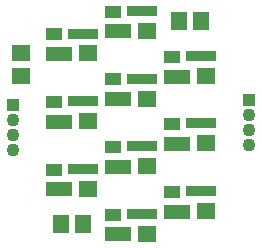
<source format=gts>
G04*
G04 #@! TF.GenerationSoftware,Altium Limited,Altium Designer,22.0.2 (36)*
G04*
G04 Layer_Color=8388736*
%FSLAX25Y25*%
%MOIN*%
G70*
G04*
G04 #@! TF.SameCoordinates,D8499874-5A28-4949-BB6A-16219978493D*
G04*
G04*
G04 #@! TF.FilePolarity,Negative*
G04*
G01*
G75*
%ADD18R,0.09849X0.03550*%
%ADD19R,0.05518X0.03943*%
%ADD20R,0.09061X0.05124*%
%ADD21R,0.06306X0.05518*%
%ADD22R,0.05518X0.06306*%
%ADD23R,0.06306X0.05518*%
%ADD24C,0.04337*%
%ADD25R,0.04337X0.04337*%
%ADD26R,0.04337X0.04337*%
%ADD27C,0.04337*%
D18*
X3681Y37248D02*
D03*
X-16004Y29732D02*
D03*
X23366Y22217D02*
D03*
X3681Y14701D02*
D03*
X-16004Y7185D02*
D03*
X23366Y-213D02*
D03*
X3681Y-7850D02*
D03*
X-16004Y-15366D02*
D03*
X23366Y-22882D02*
D03*
X3681Y-30398D02*
D03*
D19*
X-5941Y37051D02*
D03*
X-25626Y29535D02*
D03*
X13744Y22020D02*
D03*
X-5941Y14504D02*
D03*
X-25626Y6988D02*
D03*
X13744Y-410D02*
D03*
X-5941Y-8047D02*
D03*
X-25626Y-15563D02*
D03*
X13744Y-23079D02*
D03*
X-5941Y-30595D02*
D03*
D20*
X-4169Y30461D02*
D03*
X-23854Y22945D02*
D03*
X15516Y15429D02*
D03*
X-4169Y7913D02*
D03*
X-23854Y398D02*
D03*
X15516Y-7000D02*
D03*
X-4169Y-14638D02*
D03*
X-23854Y-22153D02*
D03*
X15516Y-29669D02*
D03*
X-4169Y-37185D02*
D03*
D21*
X5453Y30658D02*
D03*
X-14232Y23142D02*
D03*
X25138Y15626D02*
D03*
X5453Y8110D02*
D03*
X-14232Y594D02*
D03*
X25138Y-6803D02*
D03*
X5453Y-14441D02*
D03*
X-14232Y-21957D02*
D03*
X25138Y-29472D02*
D03*
X5453Y-36988D02*
D03*
D22*
X23425Y33823D02*
D03*
X15945D02*
D03*
X-23425Y-33823D02*
D03*
X-15945D02*
D03*
D23*
X-36500Y23240D02*
D03*
Y15760D02*
D03*
D24*
X39370Y-7500D02*
D03*
Y-2500D02*
D03*
Y2500D02*
D03*
D25*
Y7500D02*
D03*
D26*
X-39370Y5906D02*
D03*
D27*
Y905D02*
D03*
Y-4095D02*
D03*
Y-9094D02*
D03*
M02*

</source>
